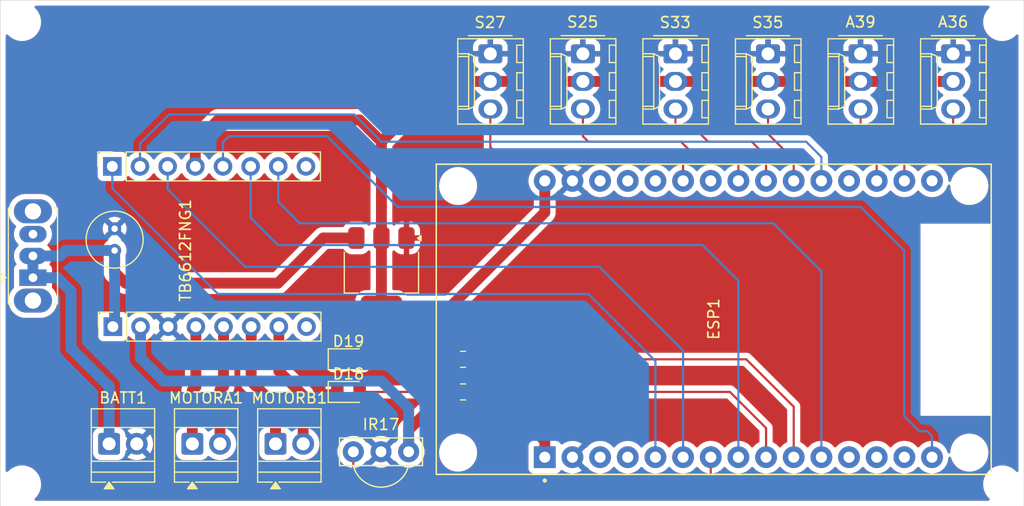
<source format=kicad_pcb>
(kicad_pcb (version 20241229) (generator "pcbnew") (generator_version "9.0")
  (layers (0 "F.Cu" signal) (2 "B.Cu" signal) (13 "F.Paste" user) (15 "B.Paste" user) (5 "F.SilkS" user "F.Silkscreen") (7 "B.SilkS" user "B.Silkscreen") (1 "F.Mask" user) (3 "B.Mask" user) (25 "Edge.Cuts" user))
  (net 0 "")
  (net 1 "/BATT_VCC")
  (net 2 "/A_VCC")
  (net 3 "/B_VCC")
  (net 4 "/VCC")
  (net 5 "/S1")
  (net 6 "/S2")
  (net 7 "/A_GND")
  (net 8 "/S3")
  (net 9 "/S4")
  (net 10 "/B_GND")
  (net 11 "/A1")
  (net 12 "/AIN2")
  (net 13 "/PWMA")
  (net 14 "/A2")
  (net 15 "/AIN1")
  (net 16 "/BIN1")
  (net 17 "/LED1")
  (net 18 "/IR_SIGNAL")
  (net 19 "/V_REG")
  (net 20 "/PWMB")
  (net 21 "/BIN2")
  (net 22 "/LED2")
  (net 23 "Net-(D19-A)")
  (net 24 "Net-(D18-A)")
  (net 25 "GND")
  (footprint "TerminalBlock:TerminalBlock_Xinya_XY308-2.54-2P_1x02_P2.54mm_Horizontal" (layer "F.Cu") (at 172.275 132.77)
    (property "Reference" "MOTORB1" (at 1.27 -4.22 0) (layer "F.SilkS"))
    (property "Value" "Borne" (hide yes))
    (fp_line (start -1.64 -3.22) (end -1.64 3.52) (stroke (width 0.12)) (layer "F.SilkS"))
    (fp_line (start -1.64 -3.22) (end 4.18 -3.22) (stroke (width 0.12)) (layer "F.SilkS"))
    (fp_line (start -1.64 -1.5) (end 4.18 -1.5) (stroke (width 0.12)) (layer "F.SilkS"))
    (fp_line (start -1.64 1.6) (end 4.18 1.6) (stroke (width 0.12)) (layer "F.SilkS"))
    (fp_line (start -1.64 2.6) (end 4.18 2.6) (stroke (width 0.12)) (layer "F.SilkS"))
    (fp_line (start -1.64 3.52) (end -0.3 3.52) (stroke (width 0.12)) (layer "F.SilkS"))
    (fp_line (start 0.3 3.52) (end 4.18 3.52) (stroke (width 0.12)) (layer "F.SilkS"))
    (fp_line (start 4.18 -3.22) (end 4.18 3.52) (stroke (width 0.12)) (layer "F.SilkS"))
    (fp_poly (pts (xy 0 3.52) (xy 0.44 4.13) (xy -0.44 4.13)) (stroke (width 0.12)) (fill yes) (layer "F.SilkS"))
    (pad "1" thru_hole roundrect (at 0 0) (size 2 2) (drill 1.2) (layers "*.Cu" "*.Mask") (roundrect_rratio 0.125) (net 3 "/B_VCC"))
    (pad "2" thru_hole circle (at 2.54 0) (size 2 2) (drill 1.2) (layers "*.Cu" "*.Mask") (net 10 "/B_GND"))
  )
  (footprint "Button_Switch_THT:SW_Slide_SPDT_Straight_CK_OS102011MS2Q" (layer "F.Cu") (at 150 117.5 90)
    (property "Reference" "SW1" (hide yes))
    (property "Value" "SW_CK_OS102011MS2Q" (hide yes))
    (fp_line (start 0.5 -2.96) (end -0.5 -2.96) (stroke (width 0.12)) (layer "F.SilkS"))
    (fp_line (start -0.5 -2.96) (end 0 -2.46) (stroke (width 0.12)) (layer "F.SilkS"))
    (fp_line (start 0 -2.46) (end 0.5 -2.96) (stroke (width 0.12)) (layer "F.SilkS"))
    (fp_line (start 6.41 -2.26) (end 6.41 -1.95) (stroke (width 0.12)) (layer "F.SilkS"))
    (fp_line (start -2.41 -2.26) (end 6.41 -2.26) (stroke (width 0.12)) (layer "F.SilkS"))
    (fp_line (start -2.41 -1.95) (end -2.41 -2.26) (stroke (width 0.12)) (layer "F.SilkS"))
    (fp_line (start 6.41 2.26) (end 6.41 1.95) (stroke (width 0.12)) (layer "F.SilkS"))
    (fp_line (start 6.41 2.26) (end -2.41 2.26) (stroke (width 0.12)) (layer "F.SilkS"))
    (fp_line (start -2.41 2.26) (end -2.41 1.95) (stroke (width 0.12)) (layer "F.SilkS"))
    (pad "" thru_hole oval (at -2.1 0 90) (size 2.2 3.5) (drill 1.5) (layers "*.Cu" "*.Mask"))
    (pad "" thru_hole oval (at 6.1 0 90) (size 2.2 3.5) (drill 1.5) (layers "*.Cu" "*.Mask"))
    (pad "1" thru_hole rect (at 0 0 90) (size 1.5 2.5) (drill 0.8) (layers "*.Cu" "*.Mask") (net 1 "/BATT_VCC"))
    (pad "2" thru_hole oval (at 2 0 90) (size 1.5 2.5) (drill 0.8) (layers "*.Cu" "*.Mask") (net 1 "/BATT_VCC"))
    (pad "3" thru_hole oval (at 4 0 90) (size 1.5 2.5) (drill 0.8) (layers "*.Cu" "*.Mask"))
  )
  (footprint "ESP32-DEVKIT-V1:MODULE_ESP32_DEVKIT_V1" (layer "F.Cu") (at 212.515 121.3 90)
    (property "Reference" "ESP1" (at 0 0 90) (layer "F.SilkS"))
    (property "Value" "ESP32-DEVKIT-V1" (hide yes))
    (fp_line (start 14.23 -25.475) (end 14.23 25.475) (stroke (width 0.127)) (layer "F.SilkS"))
    (fp_line (start 14.23 -25.475) (end 14.23 25.475) (stroke (width 0.127)) (layer "F.SilkS"))
    (fp_line (start 3.5 -25.475) (end 14.23 -25.475) (stroke (width 0.127)) (layer "F.SilkS"))
    (fp_line (start -3.211 -25.475) (end 3.5 -25.475) (stroke (width 0.127)) (layer "F.SilkS"))
    (fp_line (start -14.28 -25.475) (end 14.23 -25.475) (stroke (width 0.127)) (layer "F.SilkS"))
    (fp_line (start -14.28 -25.475) (end -3.211 -25.475) (stroke (width 0.127)) (layer "F.SilkS"))
    (fp_line (start 14.23 25.475) (end -14.28 25.475) (stroke (width 0.127)) (layer "F.SilkS"))
    (fp_line (start 8.78 25.475) (end 14.23 25.475) (stroke (width 0.127)) (layer "F.SilkS"))
    (fp_line (start -8.91 25.475) (end 8.78 25.475) (stroke (width 0.127)) (layer "F.SilkS"))
    (fp_line (start -14.28 25.475) (end -14.28 -25.475) (stroke (width 0.127)) (layer "F.SilkS"))
    (fp_line (start -14.28 25.475) (end -14.28 -25.475) (stroke (width 0.127)) (layer "F.SilkS"))
    (fp_line (start -14.28 25.475) (end -8.91 25.475) (stroke (width 0.127)) (layer "F.SilkS"))
    (fp_circle (center -14.85 -15.515) (end -14.75 -15.515) (stroke (width 0.2)) (fill no) (layer "F.SilkS"))
    (pad "" np_thru_hole circle (at -12.28 -23.475 90) (size 3 3) (drill 3) (layers "*.Cu" "*.Mask"))
    (pad "" np_thru_hole circle (at -12.28 23.475 90) (size 3 3) (drill 3) (layers "*.Cu" "*.Mask"))
    (pad "" np_thru_hole circle (at 12.23 -23.475 90) (size 3 3) (drill 3) (layers "*.Cu" "*.Mask"))
    (pad "" np_thru_hole circle (at 12.23 23.475 90) (size 3 3) (drill 3) (layers "*.Cu" "*.Mask"))
    (pad "1" thru_hole rect (at -12.7 -15.515 90) (size 2 2) (drill 1.02) (layers "*.Cu" "*.Mask") (net 4 "/VCC"))
    (pad "2" thru_hole circle (at -12.7 -12.975 90) (size 2 2) (drill 1.02) (layers "*.Cu" "*.Mask") (net 25 "GND"))
    (pad "3" thru_hole circle (at -12.7 -10.435 90) (size 2 2) (drill 1.02) (layers "*.Cu" "*.Mask"))
    (pad "4" thru_hole circle (at -12.7 -7.895 90) (size 2 2) (drill 1.02) (layers "*.Cu" "*.Mask"))
    (pad "5" thru_hole circle (at -12.7 -5.355 90) (size 2 2) (drill 1.02) (layers "*.Cu" "*.Mask") (net 13 "/PWMA"))
    (pad "6" thru_hole circle (at -12.7 -2.815 90) (size 2 2) (drill 1.02) (layers "*.Cu" "*.Mask") (net 15 "/AIN1"))
    (pad "7" thru_hole circle (at -12.7 -0.275 90) (size 2 2) (drill 1.02) (layers "*.Cu" "*.Mask") (net 18 "/IR_SIGNAL"))
    (pad "8" thru_hole circle (at -12.7 2.265 90) (size 2 2) (drill 1.02) (layers "*.Cu" "*.Mask") (net 21 "/BIN2"))
    (pad "9" thru_hole circle (at -12.7 4.805 90) (size 2 2) (drill 1.02) (layers "*.Cu" "*.Mask") (net 22 "/LED2"))
    (pad "10" thru_hole circle (at -12.7 7.345 90) (size 2 2) (drill 1.02) (layers "*.Cu" "*.Mask") (net 17 "/LED1"))
    (pad "11" thru_hole circle (at -12.7 9.885 90) (size 2 2) (drill 1.02) (layers "*.Cu" "*.Mask") (net 20 "/PWMB"))
    (pad "12" thru_hole circle (at -12.7 12.425 90) (size 2 2) (drill 1.02) (layers "*.Cu" "*.Mask"))
    (pad "13" thru_hole circle (at -12.7 14.965 90) (size 2 2) (drill 1.02) (layers "*.Cu" "*.Mask"))
    (pad "14" thru_hole circle (at -12.7 17.505 90) (size 2 2) (drill 1.02) (layers "*.Cu" "*.Mask"))
    (pad "15" thru_hole circle (at -12.7 20.045 90) (size 2 2) (drill 1.02) (layers "*.Cu" "*.Mask") (net 16 "/BIN1"))
    (pad "16" thru_hole circle (at 12.7 20.045 90) (size 2 2) (drill 1.02) (layers "*.Cu" "*.Mask"))
    (pad "17" thru_hole circle (at 12.7 17.505 90) (size 2 2) (drill 1.02) (layers "*.Cu" "*.Mask") (net 11 "/A1"))
    (pad "18" thru_hole circle (at 12.7 14.965 90) (size 2 2) (drill 1.02) (layers "*.Cu" "*.Mask") (net 14 "/A2"))
    (pad "19" thru_hole circle (at 12.7 12.425 90) (size 2 2) (drill 1.02) (layers "*.Cu" "*.Mask"))
    (pad "20" thru_hole circle (at 12.7 9.885 90) (size 2 2) (drill 1.02) (layers "*.Cu" "*.Mask") (net 12 "/AIN2"))
    (pad "21" thru_hole circle (at 12.7 7.345 90) (size 2 2) (drill 1.02) (layers "*.Cu" "*.Mask") (net 5 "/S1"))
    (pad "22" thru_hole circle (at 12.7 4.805 90) (size 2 2) (drill 1.02) (layers "*.Cu" "*.Mask") (net 6 "/S2"))
    (pad "23" thru_hole circle (at 12.7 2.265 90) (size 2 2) (drill 1.02) (layers "*.Cu" "*.Mask") (net 8 "/S3"))
    (pad "24" thru_hole circle (at 12.7 -0.275 90) (size 2 2) (drill 1.02) (layers "*.Cu" "*.Mask"))
    (pad "25" thru_hole circle (at 12.7 -2.815 90) (size 2 2) (drill 1.02) (layers "*.Cu" "*.Mask") (net 9 "/S4"))
    (pad "26" thru_hole circle (at 12.7 -5.355 90) (size 2 2) (drill 1.02) (layers "*.Cu" "*.Mask"))
    (pad "27" thru_hole circle (at 12.7 -7.895 90) (size 2 2) (drill 1.02) (layers "*.Cu" "*.Mask"))
    (pad "28" thru_hole circle (at 12.7 -10.435 90) (size 2 2) (drill 1.02) (layers "*.Cu" "*.Mask"))
    (pad "29" thru_hole circle (at 12.7 -12.975 90) (size 2 2) (drill 1.02) (layers "*.Cu" "*.Mask") (net 25 "GND"))
    (pad "30" thru_hole circle (at 12.7 -15.515 90) (size 2 2) (drill 1.02) (layers "*.Cu" "*.Mask") (net 19 "/V_REG"))
    (zone (net 0) (net_name "") (layer "F.Cu") (connect_pads (clearance 0)) (min_thickness 0.01)
      (keepout (tracks not_allowed) (vias not_allowed) (pads not_allowed) (copperpour not_allowed) (footprints allowed))
      (fill (thermal_gap 0.508) (thermal_bridge_width 0.508))
      (polygon (pts (xy 231.5 130.21) (xy 231.5 112.52) (xy 237.99 112.52) (xy 237.99 130.21)))
    )
    (zone (net 0) (net_name "") (layer "B.Cu") (connect_pads (clearance 0)) (min_thickness 0.01)
      (keepout (tracks not_allowed) (vias not_allowed) (pads not_allowed) (copperpour not_allowed) (footprints allowed))
      (fill (thermal_gap 0.508) (thermal_bridge_width 0.508))
      (polygon (pts (xy 231.5 130.21) (xy 231.5 112.52) (xy 237.99 112.52) (xy 237.99 130.21)))
    )
  )
  (footprint "TerminalBlock:TerminalBlock_Xinya_XY308-2.54-2P_1x02_P2.54mm_Horizontal" (layer "F.Cu") (at 164.635 132.77)
    (property "Reference" "MOTORA1" (at 1.27 -4.22 0) (layer "F.SilkS"))
    (property "Value" "Borne" (hide yes))
    (fp_line (start -1.64 -3.22) (end -1.64 3.52) (stroke (width 0.12)) (layer "F.SilkS"))
    (fp_line (start -1.64 -3.22) (end 4.18 -3.22) (stroke (width 0.12)) (layer "F.SilkS"))
    (fp_line (start -1.64 -1.5) (end 4.18 -1.5) (stroke (width 0.12)) (layer "F.SilkS"))
    (fp_line (start -1.64 1.6) (end 4.18 1.6) (stroke (width 0.12)) (layer "F.SilkS"))
    (fp_line (start -1.64 2.6) (end 4.18 2.6) (stroke (width 0.12)) (layer "F.SilkS"))
    (fp_line (start -1.64 3.52) (end -0.3 3.52) (stroke (width 0.12)) (layer "F.SilkS"))
    (fp_line (start 0.3 3.52) (end 4.18 3.52) (stroke (width 0.12)) (layer "F.SilkS"))
    (fp_line (start 4.18 -3.22) (end 4.18 3.52) (stroke (width 0.12)) (layer "F.SilkS"))
    (fp_poly (pts (xy 0 3.52) (xy 0.44 4.13) (xy -0.44 4.13)) (stroke (width 0.12)) (fill yes) (layer "F.SilkS"))
    (pad "1" thru_hole roundrect (at 0 0) (size 2 2) (drill 1.2) (layers "*.Cu" "*.Mask") (roundrect_rratio 0.125) (net 2 "/A_VCC"))
    (pad "2" thru_hole circle (at 2.54 0) (size 2 2) (drill 1.2) (layers "*.Cu" "*.Mask") (net 7 "/A_GND"))
  )
  (footprint "" (layer "F.Cu") (at 239 94)
    (property "Reference" "" (at 0 0 0) (layer "F.SilkS") (effects (font (size 1.27 1.27))))
    (property "Value" "")
    (pad "" np_thru_hole circle (at 0 0 90) (size 3 3) (drill 3) (layers "*.Cu" "*.Mask"))
  )
  (footprint "Capacitor_THT:C_Radial_D5.0mm_H5.0mm_P2.00mm" (layer "F.Cu") (at 157.5 115 90)
    (property "Reference" "C1" (hide yes))
    (property "Value" "C_US" (hide yes))
    (fp_circle (center 1 0) (end 3.62 0) (stroke (width 0.12)) (fill no) (layer "F.SilkS"))
    (pad "1" thru_hole circle (at 0 0 90) (size 1.2 1.2) (drill 0.6) (layers "*.Cu" "*.Mask") (net 1 "/BATT_VCC"))
    (pad "2" thru_hole circle (at 2 0 90) (size 1.2 1.2) (drill 0.6) (layers "*.Cu" "*.Mask") (net 25 "GND"))
  )
  (footprint "" (layer "F.Cu") (at 149 94)
    (property "Reference" "" (at 0 0 0) (layer "F.SilkS") (effects (font (size 1.27 1.27))))
    (property "Value" "")
    (pad "" np_thru_hole circle (at 0 0 90) (size 3 3) (drill 3) (layers "*.Cu" "*.Mask"))
  )
  (footprint "LED_SMD:LED_0805_2012Metric_Pad1.15x1.40mm_HandSolder" (layer "F.Cu") (at 178.975 125)
    (property "Reference" "D19" (at 0 -1.65 0) (layer "F.SilkS"))
    (property "Value" "LED")
    (fp_line (start -1.86 -0.96) (end -1.86 0.96) (stroke (width 0.12)) (layer "F.SilkS"))
    (fp_line (start -1.86 0.96) (end 1 0.96) (stroke (width 0.12)) (layer "F.SilkS"))
    (fp_line (start 1 -0.96) (end -1.86 -0.96) (stroke (width 0.12)) (layer "F.SilkS"))
    (pad "1" smd roundrect (at -1.025 0) (size 1.15 1.4) (layers "F.Cu" "F.Mask" "F.Paste") (roundrect_rratio 0.217391) (net 25 "GND"))
    (pad "2" smd roundrect (at 1.025 0) (size 1.15 1.4) (layers "F.Cu" "F.Mask" "F.Paste") (roundrect_rratio 0.217391) (net 23 "Net-(D19-A)"))
  )
  (footprint "Connector_Molex:Molex_KK-254_AE-6410-03A_1x03_P2.54mm_Vertical" (layer "F.Cu") (at 192 96.92 -90)
    (property "Reference" "S27" (at -2.88 0.02 180) (layer "F.SilkS"))
    (property "Value" "Conn_01x03_Pin" (hide yes))
    (fp_line (start -1.38 2.99) (end 6.46 2.99) (stroke (width 0.12)) (layer "F.SilkS"))
    (fp_line (start 0 2.99) (end 0 1.99) (stroke (width 0.12)) (layer "F.SilkS"))
    (fp_line (start 0.25 2.99) (end 0.25 1.99) (stroke (width 0.12)) (layer "F.SilkS"))
    (fp_line (start 4.83 2.99) (end 4.83 1.99) (stroke (width 0.12)) (layer "F.SilkS"))
    (fp_line (start 6.46 2.99) (end 6.46 -3.03) (stroke (width 0.12)) (layer "F.SilkS"))
    (fp_line (start 0 1.99) (end 5.08 1.99) (stroke (width 0.12)) (layer "F.SilkS"))
    (fp_line (start 0 1.99) (end 0.25 1.46) (stroke (width 0.12)) (layer "F.SilkS"))
    (fp_line (start 5.08 1.99) (end 5.08 2.99) (stroke (width 0.12)) (layer "F.SilkS"))
    (fp_line (start 0.25 1.46) (end 4.83 1.46) (stroke (width 0.12)) (layer "F.SilkS"))
    (fp_line (start 4.83 1.46) (end 5.08 1.99) (stroke (width 0.12)) (layer "F.SilkS"))
    (fp_line (start -1.67 -2) (end -1.67 2) (stroke (width 0.12)) (layer "F.SilkS"))
    (fp_line (start -0.8 -2.43) (end 0.8 -2.43) (stroke (width 0.12)) (layer "F.SilkS"))
    (fp_line (start 0.8 -2.43) (end 0.8 -3.03) (stroke (width 0.12)) (layer "F.SilkS"))
    (fp_line (start 1.74 -2.43) (end 3.34 -2.43) (stroke (width 0.12)) (layer "F.SilkS"))
    (fp_line (start 3.34 -2.43) (end 3.34 -3.03) (stroke (width 0.12)) (layer "F.SilkS"))
    (fp_line (start 4.28 -2.43) (end 5.88 -2.43) (stroke (width 0.12)) (layer "F.SilkS"))
    (fp_line (start 5.88 -2.43) (end 5.88 -3.03) (stroke (width 0.12)) (layer "F.SilkS"))
    (fp_line (start -1.38 -3.03) (end -1.38 2.99) (stroke (width 0.12)) (layer "F.SilkS"))
    (fp_line (start -0.8 -3.03) (end -0.8 -2.43) (stroke (width 0.12)) (layer "F.SilkS"))
    (fp_line (start 1.74 -3.03) (end 1.74 -2.43) (stroke (width 0.12)) (layer "F.SilkS"))
    (fp_line (start 4.28 -3.03) (end 4.28 -2.43) (stroke (width 0.12)) (layer "F.SilkS"))
    (fp_line (start 6.46 -3.03) (end -1.38 -3.03) (stroke (width 0.12)) (layer "F.SilkS"))
    (pad "1" thru_hole roundrect (at 0 0 270) (size 1.74 2.19) (drill 1.19) (layers "*.Cu" "*.Mask") (roundrect_rratio 0.143678) (net 25 "GND"))
    (pad "2" thru_hole oval (at 2.54 0 270) (size 1.74 2.19) (drill 1.19) (layers "*.Cu" "*.Mask") (net 19 "/V_REG"))
    (pad "3" thru_hole oval (at 5.08 0 270) (size 1.74 2.19) (drill 1.19) (layers "*.Cu" "*.Mask") (net 9 "/S4"))
  )
  (footprint "Connector_Molex:Molex_KK-254_AE-6410-03A_1x03_P2.54mm_Vertical" (layer "F.Cu") (at 200.5 96.92 -90)
    (property "Reference" "S25" (at -2.92 0.02 180) (layer "F.SilkS"))
    (property "Value" "Conn_01x03_Pin" (hide yes))
    (fp_line (start -1.38 2.99) (end 6.46 2.99) (stroke (width 0.12)) (layer "F.SilkS"))
    (fp_line (start 0 2.99) (end 0 1.99) (stroke (width 0.12)) (layer "F.SilkS"))
    (fp_line (start 0.25 2.99) (end 0.25 1.99) (stroke (width 0.12)) (layer "F.SilkS"))
    (fp_line (start 4.83 2.99) (end 4.83 1.99) (stroke (width 0.12)) (layer "F.SilkS"))
    (fp_line (start 6.46 2.99) (end 6.46 -3.03) (stroke (width 0.12)) (layer "F.SilkS"))
    (fp_line (start 0 1.99) (end 5.08 1.99) (stroke (width 0.12)) (layer "F.SilkS"))
    (fp_line (start 0 1.99) (end 0.25 1.46) (stroke (width 0.12)) (layer "F.SilkS"))
    (fp_line (start 5.08 1.99) (end 5.08 2.99) (stroke (width 0.12)) (layer "F.SilkS"))
    (fp_line (start 0.25 1.46) (end 4.83 1.46) (stroke (width 0.12)) (layer "F.SilkS"))
    (fp_line (start 4.83 1.46) (end 5.08 1.99) (stroke (width 0.12)) (layer "F.SilkS"))
    (fp_line (start -1.67 -2) (end -1.67 2) (stroke (width 0.12)) (layer "F.SilkS"))
    (fp_line (start -0.8 -2.43) (end 0.8 -2.43) (stroke (width 0.12)) (layer "F.SilkS"))
    (fp_line (start 0.8 -2.43) (end 0.8 -3.03) (stroke (width 0.12)) (layer "F.SilkS"))
    (fp_line (start 1.74 -2.43) (end 3.34 -2.43) (stroke (width 0.12)) (layer "F.SilkS"))
    (fp_line (start 3.34 -2.43) (end 3.34 -3.03) (stroke (width 0.12)) (layer "F.SilkS"))
    (fp_line (start 4.28 -2.43) (end 5.88 -2.43) (stroke (width 0.12)) (layer "F.SilkS"))
    (fp_line (start 5.88 -2.43) (end 5.88 -3.03) (stroke (width 0.12)) (layer "F.SilkS"))
    (fp_line (start -1.38 -3.03) (end -1.38 2.99) (stroke (width 0.12)) (layer "F.SilkS"))
    (fp_line (start -0.8 -3.03) (end -0.8 -2.43) (stroke (width 0.12)) (layer "F.SilkS"))
    (fp_line (start 1.74 -3.03) (end 1.74 -2.43) (stroke (width 0.12)) (layer "F.SilkS"))
    (fp_line (start 4.28 -3.03) (end 4.28 -2.43) (stroke (width 0.12)) (layer "F.SilkS"))
    (fp_line (start 6.46 -3.03) (end -1.38 -3.03) (stroke (width 0.12)) (layer "F.SilkS"))
    (pad "1" thru_hole roundrect (at 0 0 270) (size 1.74 2.19) (drill 1.19) (layers "*.Cu" "*.Mask") (roundrect_rratio 0.143678) (net 25 "GND"))
    (pad "2" thru_hole oval (at 2.54 0 270) (size 1.74 2.19) (drill 1.19) (layers "*.Cu" "*.Mask") (net 19 "/V_REG"))
    (pad "3" thru_hole oval (at 5.08 0 270) (size 1.74 2.19) (drill 1.19) (layers "*.Cu" "*.Mask") (net 8 "/S3"))
  )
  (footprint "TerminalBlock:TerminalBlock_Xinya_XY308-2.54-2P_1x02_P2.54mm_Horizontal" (layer "F.Cu") (at 156.995 132.77)
    (property "Reference" "BATT1" (at 1.27 -4.22 0) (layer "F.SilkS"))
    (property "Value" "Borne" (hide yes))
    (fp_line (start -1.64 -3.22) (end -1.64 3.52) (stroke (width 0.12)) (layer "F.SilkS"))
    (fp_line (start -1.64 -3.22) (end 4.18 -3.22) (stroke (width 0.12)) (layer "F.SilkS"))
    (fp_line (start -1.64 -1.5) (end 4.18 -1.5) (stroke (width 0.12)) (layer "F.SilkS"))
    (fp_line (start -1.64 1.6) (end 4.18 1.6) (stroke (width 0.12)) (layer "F.SilkS"))
    (fp_line (start -1.64 2.6) (end 4.18 2.6) (stroke (width 0.12)) (layer "F.SilkS"))
    (fp_line (start -1.64 3.52) (end -0.3 3.52) (stroke (width 0.12)) (layer "F.SilkS"))
    (fp_line (start 0.3 3.52) (end 4.18 3.52) (stroke (width 0.12)) (layer "F.SilkS"))
    (fp_line (start 4.18 -3.22) (end 4.18 3.52) (stroke (width 0.12)) (layer "F.SilkS"))
    (fp_poly (pts (xy 0 3.52) (xy 0.44 4.13) (xy -0.44 4.13)) (stroke (width 0.12)) (fill yes) (layer "F.SilkS"))
    (pad "1" thru_hole roundrect (at 0 0) (size 2 2) (drill 1.2) (layers "*.Cu" "*.Mask") (roundrect_rratio 0.125) (net 1 "/BATT_VCC"))
    (pad "2" thru_hole circle (at 2.54 0) (size 2 2) (drill 1.2) (layers "*.Cu" "*.Mask") (net 25 "GND"))
  )
  (footprint "Resistor_SMD:R_0805_2012Metric_Pad1.20x1.40mm_HandSolder" (layer "F.Cu") (at 189.5 125)
    (property "Reference" "R1" (hide yes))
    (property "Value" "220R" (hide yes))
    (fp_line (start -0.227064 -0.735) (end 0.227064 -0.735) (stroke (width 0.12)) (layer "F.SilkS"))
    (fp_line (start -0.227064 0.735) (end 0.227064 0.735) (stroke (width 0.12)) (layer "F.SilkS"))
    (pad "1" smd roundrect (at -1 0) (size 1.2 1.4) (layers "F.Cu" "F.Mask" "F.Paste") (roundrect_rratio 0.208333) (net 23 "Net-(D19-A)"))
    (pad "2" smd roundrect (at 1 0) (size 1.2 1.4) (layers "F.Cu" "F.Mask" "F.Paste") (roundrect_rratio 0.208333) (net 17 "/LED1"))
  )
  (footprint "Connector_Molex:Molex_KK-254_AE-6410-03A_1x03_P2.54mm_Vertical" (layer "F.Cu") (at 217.5 96.92 -90)
    (property "Reference" "S35" (at -2.88 0.02 180) (layer "F.SilkS"))
    (property "Value" "Conn_01x03_Pin" (hide yes))
    (fp_line (start -1.38 2.99) (end 6.46 2.99) (stroke (width 0.12)) (layer "F.SilkS"))
    (fp_line (start 0 2.99) (end 0 1.99) (stroke (width 0.12)) (layer "F.SilkS"))
    (fp_line (start 0.25 2.99) (end 0.25 1.99) (stroke (width 0.12)) (layer "F.SilkS"))
    (fp_line (start 4.83 2.99) (end 4.83 1.99) (stroke (width 0.12)) (layer "F.SilkS"))
    (fp_line (start 6.46 2.99) (end 6.46 -3.03) (stroke (width 0.12)) (layer "F.SilkS"))
    (fp_line (start 0 1.99) (end 5.08 1.99) (stroke (width 0.12)) (layer "F.SilkS"))
    (fp_line (start 0 1.99) (end 0.25 1.46) (stroke (width 0.12)) (layer "F.SilkS"))
    (fp_line (start 5.08 1.99) (end 5.08 2.99) (stroke (width 0.12)) (layer "F.SilkS"))
    (fp_line (start 0.25 1.46) (end 4.83 1.46) (stroke (width 0.12)) (layer "F.SilkS"))
    (fp_line (start 4.83 1.46) (end 5.08 1.99) (stroke (width 0.12)) (layer "F.SilkS"))
    (fp_line (start -1.67 -2) (end -1.67 2) (stroke (width 0.12)) (layer "F.SilkS"))
    (fp_line (start -0.8 -2.43) (end 0.8 -2.43) (stroke (width 0.12)) (layer "F.SilkS"))
    (fp_line (start 0.8 -2.43) (end 0.8 -3.03) (stroke (width 0.12)) (layer "F.SilkS"))
    (fp_line (start 1.74 -2.43) (end 3.34 -2.43) (stroke (width 0.12)) (layer "F.SilkS"))
    (fp_line (start 3.34 -2.43) (end 3.34 -3.03) (stroke (width 0.12)) (layer "F.SilkS"))
    (fp_line (start 4.28 -2.43) (end 5.88 -2.43) (stroke (width 0.12)) (layer "F.SilkS"))
    (fp_line (start 5.88 -2.43) (end 5.88 -3.03) (stroke (width 0.12)) (layer "F.SilkS"))
    (fp_line (start -1.38 -3.03) (end -1.38 2.99) (stroke (width 0.12)) (layer "F.SilkS"))
    (fp_line (start -0.8 -3.03) (end -0.8 -2.43) (stroke (width 0.12)) (layer "F.SilkS"))
    (fp_line (start 1.74 -3.03) (end 1.74 -2.43) (stroke (width 0.12)) (layer "F.SilkS"))
    (fp_line (start 4.28 -3.03) (end 4.28 -2.43) (stroke (width 0.12)) (layer "F.SilkS"))
    (fp_line (start 6.46 -3.03) (end -1.38 -3.03) (stroke (width 0.12)) (layer "F.SilkS"))
    (pad "1" thru_hole roundrect (at 0 0 270) (size 1.74 2.19) (drill 1.19) (layers "*.Cu" "*.Mask") (roundrect_rratio 0.143678) (net 25 "GND"))
    (pad "2" thru_hole oval (at 2.54 0 270) (size 1.74 2.19) (drill 1.19) (layers "*.Cu" "*.Mask") (net 19 "/V_REG"))
    (pad "3" thru_hole oval (at 5.08 0 270) (size 1.74 2.19) (drill 1.19) (layers "*.Cu" "*.Mask") (net 5 "/S1"))
  )
  (footprint "" (layer "F.Cu") (at 149 136.5)
    (property "Reference" "" (at 0 0 0) (layer "F.SilkS") (effects (font (size 1.27 1.27))))
    (property "Value" "")
    (pad "" np_thru_hole circle (at 0 0 90) (size 3 3) (drill 3) (layers "*.Cu" "*.Mask"))
  )
  (footprint "" (layer "F.Cu") (at 239 136.5)
    (property "Reference" "" (at 0 0 0) (layer "F.SilkS") (effects (font (size 1.27 1.27))))
    (property "Value" "")
    (pad "" np_thru_hole circle (at 0 0 90) (size 3 3) (drill 3) (layers "*.Cu" "*.Mask"))
  )
  (footprint "Connector_Molex:Molex_KK-254_AE-6410-03A_1x03_P2.54mm_Vertical" (layer "F.Cu") (at 234.5 96.92 -90)
    (property "Reference" "A36" (at -2.92 0 180) (layer "F.SilkS"))
    (property "Value" "Conn_01x03_Pin" (hide yes))
    (fp_line (start -1.38 2.99) (end 6.46 2.99) (stroke (width 0.12)) (layer "F.SilkS"))
    (fp_line (start 0 2.99) (end 0 1.99) (stroke (width 0.12)) (layer "F.SilkS"))
    (fp_line (start 0.25 2.99) (end 0.25 1.99) (stroke (width 0.12)) (layer "F.SilkS"))
    (fp_line (start 4.83 2.99) (end 4.83 1.99) (stroke (width 0.12)) (layer "F.SilkS"))
    (fp_line (start 6.46 2.99) (end 6.46 -3.03) (stroke (width 0.12)) (layer "F.SilkS"))
    (fp_line (start 0 1.99) (end 5.08 1.99) (stroke (width 0.12)) (layer "F.SilkS"))
    (fp_line (start 0 1.99) (end 0.25 1.46) (stroke (width 0.12)) (layer "F.SilkS"))
    (fp_line (start 5.08 1.99) (end 5.08 2.99) (stroke (width 0.12)) (layer "F.SilkS"))
    (fp_line (start 0.25 1.46) (end 4.83 1.46) (stroke (width 0.12)) (layer "F.SilkS"))
    (fp_line (start 4.83 1.46) (end 5.08 1.99) (stroke (width 0.12)) (layer "F.SilkS"))
    (fp_line (start -1.67 -2) (end -1.67 2) (stroke (width 0.12)) (layer "F.SilkS"))
    (fp_line (start -0.8 -2.43) (end 0.8 -2.43) (stroke (width 0.12)) (layer "F.SilkS"))
    (fp_line (start 0.8 -2.43) (end 0.8 -3.03) (stroke (width 0.12)) (layer "F.SilkS"))
    (fp_line (start 1.74 -2.43) (end 3.34 -2.43) (stroke (width 0.12)) (layer "F.SilkS"))
    (fp_line (start 3.34 -2.43) (end 3.34 -3.03) (stroke (width 0.12)) (layer "F.SilkS"))
    (fp_line (start 4.28 -2.43) (end 5.88 -2.43) (stroke (width 0.12)) (layer "F.SilkS"))
    (fp_line (start 5.88 -2.43) (end 5.88 -3.03) (stroke (width 0.12)) (layer "F.SilkS"))
    (fp_line (start -1.38 -3.03) (end -1.38 2.99) (stroke (width 0.12)) (layer "F.SilkS"))
    (fp_line (start -0.8 -3.03) (end -0.8 -2.43) (stroke (width 0.12)) (layer "F.SilkS"))
    (fp_line (start 1.74 -3.03) (end 1.74 -2.43) (stroke (width 0.12)) (layer "F.SilkS"))
    (fp_line (start 4.28 -3.03) (end 4.28 -2.43) (stroke (width 0.12)) (layer "F.SilkS"))
    (fp_line (start 6.46 -3.03) (end -1.38 -3.03) (stroke (width 0.12)) (layer "F.SilkS"))
    (pad "1" thru_hole roundrect (at 0 0 270) (size 1.74 2.19) (drill 1.19) (layers "*.Cu" "*.Mask") (roundrect_rratio 0.143678) (net 25 "GND"))
    (pad "2" thru_hole oval (at 2.54 0 270) (size 1.74 2.19) (drill 1.19) (layers "*.Cu" "*.Mask") (net 19 "/V_REG"))
    (pad "3" thru_hole oval (at 5.08 0 270) (size 1.74 2.19) (drill 1.19) (layers "*.Cu" "*.Mask") (net 11 "/A1"))
  )
  (footprint "Connector_Molex:Molex_KK-254_AE-6410-03A_1x03_P2.54mm_Vertical" (layer "F.Cu") (at 209 96.92 -90)
    (property "Reference" "S33" (at -2.88 0.02 180) (layer "F.SilkS"))
    (property "Value" "Conn_01x03_Pin" (hide yes))
    (fp_line (start -1.38 2.99) (end 6.46 2.99) (stroke (width 0.12)) (layer "F.SilkS"))
    (fp_line (start 0 2.99) (end 0 1.99) (stroke (width 0.12)) (layer "F.SilkS"))
    (fp_line (start 0.25 2.99) (end 0.25 1.99) (stroke (width 0.12)) (layer "F.SilkS"))
    (fp_line (start 4.83 2.99) (end 4.83 1.99) (stroke (width 0.12)) (layer "F.SilkS"))
    (fp_line (start 6.46 2.99) (end 6.46 -3.03) (stroke (width 0.12)) (layer "F.SilkS"))
    (fp_line (start 0 1.99) (end 5.08 1.99) (stroke (width 0.12)) (layer "F.SilkS"))
    (fp_line (start 0 1.99) (end 0.25 1.46) (stroke (width 0.12)) (layer "F.SilkS"))
    (fp_line (start 5.08 1.99) (end 5.08 2.99) (stroke (width 0.12)) (layer "F.SilkS"))
    (fp_line (start 0.25 1.46) (end 4.83 1.46) (stroke (width 0.12)) (layer "F.SilkS"))
    (fp_line (start 4.83 1.46) (end 5.08 1.99) (stroke (width 0.12)) (layer "F.SilkS"))
    (fp_line (start -1.67 -2) (end -1.67 2) (stroke (width 0.12)) (layer "F.SilkS"))
    (fp_line (start -0.8 -2.43) (end 0.8 -2.43) (stroke (width 0.12)) (layer "F.SilkS"))
    (fp_line (start 0.8 -2.43) (end 0.8 -3.03) (stroke (width 0.12)) (layer "F.SilkS"))
    (fp_line (start 1.74 -2.43) (end 3.34 -2.43) (stroke (width 0.12)) (layer "F.SilkS"))
    (fp_line (start 3.34 -2.43) (end 3.34 -3.03) (stroke (width 0.12)) (layer "F.SilkS"))
    (fp_line (start 4.28 -2.43) (end 5.88 -2.43) (stroke (width 0.12)) (layer "F.SilkS"))
    (fp_line (start 5.88 -2.43) (end 5.88 -3.03) (stroke (width 0.12)) (layer "F.SilkS"))
    (fp_line (start -1.38 -3.03) (end -1.38 2.99) (stroke (width 0.12)) (layer "F.SilkS"))
    (fp_line (start -0.8 -3.03) (end -0.8 -2.43) (stroke (width 0.12)) (layer "F.SilkS"))
    (fp_line (start 1.74 -3.03) (end 1.74 -2.43) (stroke (width 0.12)) (layer "F.SilkS"))
    (fp_line (start 4.28 -3.03) (end 4.28 -2.43) (stroke (width 0.12)) (layer "F.SilkS"))
    (fp_line (start 6.46 -3.03) (end -1.38 -3.03) (stroke (width 0.12)) (layer "F.SilkS"))
    (pad "1" thru_hole roundrect (at 0 0 270) (size 1.74 2.19) (drill 1.19) (layers "*.Cu" "*.Mask") (roundrect_rratio 0.143678) (net 25 "GND"))
    (pad "2" thru_hole oval (at 2.54 0 270) (size 1.74 2.19) (drill 1.19) (layers "*.Cu" "*.Mask") (net 19 "/V_REG"))
    (pad "3" thru_hole oval (at 5.08 0 270) (size 1.74 2.19) (drill 1.19) (layers "*.Cu" "*.Mask") (net 6 "/S2"))
  )
  (footprint "LED_SMD:LED_0805_2012Metric_Pad1.15x1.40mm_HandSolder" (layer "F.Cu") (at 178.975 128)
    (property "Reference" "D18" (at 0 -1.65 0) (layer "F.SilkS"))
    (property "Value" "LED")
    (fp_line (start -1.86 -0.96) (end -1.86 0.96) (stroke (width 0.12)) (layer "F.SilkS"))
    (fp_line (start -1.86 0.96) (end 1 0.96) (stroke (width 0.12)) (layer "F.SilkS"))
    (fp_line (start 1 -0.96) (end -1.86 -0.96) (stroke (width 0.12)) (layer "F.SilkS"))
    (pad "1" smd roundrect (at -1.025 0) (size 1.15 1.4) (layers "F.Cu" "F.Mask" "F.Paste") (roundrect_rratio 0.217391) (net 25 "GND"))
    (pad "2" smd roundrect (at 1.025 0) (size 1.15 1.4) (layers "F.Cu" "F.Mask" "F.Paste") (roundrect_rratio 0.217391) (net 24 "Net-(D18-A)"))
  )
  (footprint "Connector_Molex:Molex_KK-254_AE-6410-03A_1x03_P2.54mm_Vertical" (layer "F.Cu") (at 226 96.92 -90)
    (property "Reference" "A39" (at -2.92 0 180) (layer "F.SilkS"))
    (property "Value" "Conn_01x03_Pin" (hide yes))
    (fp_line (start -1.38 2.99) (end 6.46 2.99) (stroke (width 0.12)) (layer "F.SilkS"))
    (fp_line (start 0 2.99) (end 0 1.99) (stroke (width 0.12)) (layer "F.SilkS"))
    (fp_line (start 0.25 2.99) (end 0.25 1.99) (stroke (width 0.12)) (layer "F.SilkS"))
    (fp_line (start 4.83 2.99) (end 4.83 1.99) (stroke (width 0.12)) (layer "F.SilkS"))
    (fp_line (start 6.46 2.99) (end 6.46 -3.03) (stroke (width 0.12)) (layer "F.SilkS"))
    (fp_line (start 0 1.99) (end 5.08 1.99) (stroke (width 0.12)) (layer "F.SilkS"))
    (fp_line (start 0 1.99) (end 0.25 1.46) (stroke (width 0.12)) (layer "F.SilkS"))
    (fp_line (start 5.08 1.99) (end 5.08 2.99) (stroke (width 0.12)) (layer "F.SilkS"))
    (fp_line (start 0.25 1.46) (end 4.83 1.46) (stroke (width 0.12)) (layer "F.SilkS"))
    (fp_line (start 4.83 1.46) (end 5.08 1.99) (stroke (width 0.12)) (layer "F.SilkS"))
    (fp_line (start -1.67 -2) (end -1.67 2) (stroke (width 0.12)) (layer "F.SilkS"))
    (fp_line (start -0.8 -2.43) (end 0.8 -2.43) (stroke (width 0.12)) (layer "F.SilkS"))
    (fp_line (start 0.8 -2.43) (end 0.8 -3.03) (stroke (width 0.12)) (layer "F.SilkS"))
    (fp_line (start 1.74 -2.43) (end 3.34 -2.43) (stroke (width 0.12)) (layer "F.SilkS"))
    (fp_line (start 3.34 -2.43) (end 3.34 -3.03) (stroke (width 0.12)) (layer "F.SilkS"))
    (fp_line (start 4.28 -2.43) (end 5.88 -2.43) (stroke (width 0.12)) (layer "F.SilkS"))
    (fp_line (start 5.88 -2.43) (end 5.88 -3.03) (stroke (width 0.12)) (layer "F.SilkS"))
    (fp_line (start -1.38 -3.03) (end -1.38 2.99) (stroke (width 0.12)) (layer "F.SilkS"))
    (fp_line (start -0.8 -3.03) (end -0.8 -2.43) (stroke (width 0.12)) (layer "F.SilkS"))
    (fp_line (start 1.74 -3.03) (end 1.74 -2.43) (stroke (width 0.12)) (layer "F.SilkS"))
    (fp_line (start 4.28 -3.03) (end 4.28 -2.43) (stroke (width 0.12)) (layer "F.SilkS"))
    (fp_line (start 6.46 -3.03) (end -1.38 -3.03) (stroke (width 0.12)) (layer "F.SilkS"))
    (pad "1" thru_hole roundrect (at 0 0 270) (size 1.74 2.19) (drill 1.19) (layers "*.Cu" "*.Mask") (roundrect_rratio 0.143678) (net 25 "GND"))
    (pad "2" thru_hole oval (at 2.54 0 270) (size 1.74 2.19) (drill 1.19) (layers "*.Cu" "*.Mask") (net 19 "/V_REG"))
    (pad "3" thru_hole oval (at 5.08 0 270) (size 1.74 2.19) (drill 1.19) (layers "*.Cu" "*.Mask") (net 14 "/A2"))
  )
  (footprint "TSOP1838:TSOP1838" (layer "F.Cu") (at 181.96 133.5)
    (property "Reference" "IR17" (at 0 -2.50841 0) (layer "F.SilkS"))
    (property "Value" "TSOP1838" (hide yes))
    (fp_line (start -3.81 -1.27) (end -3.81 1.27) (stroke (width 0.127)) (layer "F.SilkS"))
    (fp_line (start -3.81 1.27) (end -2.54 1.27) (stroke (width 0.127)) (layer "F.SilkS"))
    (fp_line (start 2.54 1.27) (end -2.54 1.27) (stroke (width 0.127)) (layer "F.SilkS"))
    (fp_line (start 2.54 1.27) (end 3.81 1.27) (stroke (width 0.127)) (layer "F.SilkS"))
    (fp_line (start 3.81 -1.27) (end -3.81 -1.27) (stroke (width 0.127)) (layer "F.SilkS"))
    (fp_line (start 3.81 1.27) (end 3.81 -1.27) (stroke (width 0.127)) (layer "F.SilkS"))
    (fp_arc (start 2.54 1.269999) (mid 0 3.25318) (end -2.54 1.27) (stroke (width 0.127)) (layer "F.SilkS"))
    (pad "1" thru_hole circle (at -2.54 0) (size 1.9304 1.9304) (drill 1) (layers "*.Cu" "*.Mask") (net 18 "/IR_SIGNAL"))
    (pad "2" thru_hole circle (at 0 0) (size 1.9304 1.9304) (drill 1) (layers "*.Cu" "*.Mask") (net 25 "GND"))
    (pad "3" thru_hole circle (at 2.54 0) (size 1.9304 1.9304) (drill 1) (layers "*.Cu" "*.Mask") (net 4 "/VCC"))
  )
  (footprint "Package_TO_SOT_SMD:SOT-223-3_TabPin2" (layer "F.Cu") (at 182 117 -90)
    (property "Reference" "U1" (hide yes))
    (property "Value" "AMS1117-5.0" (hide yes))
    (fp_line (start -1.85 3.41) (end 1.91 3.41) (stroke (width 0.12)) (layer "F.SilkS"))
    (fp_line (start 1.91 3.41) (end 1.91 2.15) (stroke (width 0.12)) (layer "F.SilkS"))
    (fp_line (start -1.85 -3.41) (end 1.91 -3.41) (stroke (width 0.12)) (layer "F.SilkS"))
    (fp_line (start 1.91 -3.41) (end 1.91 -2.15) (stroke (width 0.12)) (layer "F.SilkS"))
    (fp_poly (pts (xy -3.13 -3.31) (xy -3.37 -3.64) (xy -2.89 -3.64) (xy -3.13 -3.31)) (stroke (width 0.12)) (fill yes) (layer "F.SilkS"))
    (pad "1" smd roundrect (at -3.15 -2.3 270) (size 2 1.5) (layers "F.Cu" "F.Mask" "F.Paste") (net 25 "GND"))
    (pad "2" smd roundrect (at -3.15 0 270) (size 2 1.5) (layers "F.Cu" "F.Mask" "F.Paste") (net 19 "/V_REG"))
    (pad "2" smd roundrect (at 3.15 0 270) (size 2 3.8) (layers "F.Cu" "F.Mask" "F.Paste") (net 19 "/V_REG"))
    (pad "3" smd roundrect (at -3.15 2.3 270) (size 2 1.5) (layers "F.Cu" "F.Mask" "F.Paste") (net 1 "/BATT_VCC"))
  )
  (footprint "My_TB6612FNG:Socket_TB6612FNG" (layer "F.Cu") (at 157.34 122 90)
    (property "Reference" "TB6612FNG1" (at 7 6.66 90) (layer "F.SilkS"))
    (property "Value" "~")
    (fp_line (start 16.06 -1.38) (end 16.06 -0.05) (stroke (width 0.12)) (layer "F.SilkS"))
    (fp_line (start 14.73 -1.38) (end 16.06 -1.38) (stroke (width 0.12)) (layer "F.SilkS"))
    (fp_line (start 1.33 -1.33) (end 1.33 0) (stroke (width 0.12)) (layer "F.SilkS"))
    (fp_line (start 0 -1.33) (end 1.33 -1.33) (stroke (width 0.12)) (layer "F.SilkS"))
    (fp_line (start 16.06 1.22) (end 16.06 19.06) (stroke (width 0.12)) (layer "F.SilkS"))
    (fp_line (start 13.4 1.22) (end 16.06 1.22) (stroke (width 0.12)) (layer "F.SilkS"))
    (fp_line (start 13.4 1.22) (end 13.4 19.06) (stroke (width 0.12)) (layer "F.SilkS"))
    (fp_line (start 1.33 1.27) (end 1.33 19.11) (stroke (width 0.12)) (layer "F.SilkS"))
    (fp_line (start -1.33 1.27) (end 1.33 1.27) (stroke (width 0.12)) (layer "F.SilkS"))
    (fp_line (start -1.33 1.27) (end -1.33 19.11) (stroke (width 0.12)) (layer "F.SilkS"))
    (fp_line (start 13.4 19.06) (end 16.06 19.06) (stroke (width 0.12)) (layer "F.SilkS"))
    (fp_line (start -1.33 19.11) (end 1.33 19.11) (stroke (width 0.12)) (layer "F.SilkS"))
    (pad "1" thru_hole rect (at 0 0 90) (size 1.7 1.7) (drill 1) (layers "*.Cu" "*.Mask") (net 1 "/BATT_VCC"))
    (pad "2" thru_hole circle (at 0 2.54 90) (size 1.7 1.7) (drill 1) (layers "*.Cu" "*.Mask") (net 4 "/VCC"))
    (pad "3" thru_hole circle (at 0 5.08 90) (size 1.7 1.7) (drill 1) (layers "*.Cu" "*.Mask") (net 25 "GND"))
    (pad "4" thru_hole circle (at 0 7.62 90) (size 1.7 1.7) (drill 1) (layers "*.Cu" "*.Mask") (net 2 "/A_VCC"))
    (pad "5" thru_hole circle (at 0 10.16 90) (size 1.7 1.7) (drill 1) (layers "*.Cu" "*.Mask") (net 7 "/A_GND"))
    (pad "6" thru_hole circle (at 0 12.7 90) (size 1.7 1.7) (drill 1) (layers "*.Cu" "*.Mask") (net 3 "/B_VCC"))
    (pad "7" thru_hole circle (at 0 15.24 90) (size 1.7 1.7) (drill 1) (layers "*.Cu" "*.Mask") (net 10 "/B_GND"))
    (pad "8" thru_hole circle (at 0 17.78 90) (size 1.7 1.7) (drill 1) (layers "*.Cu" "*.Mask"))
    (pad "9" thru_hole circle (at 14.73 17.73 90) (size 1.7 1.7) (drill 1) (layers "*.Cu" "*.Mask"))
    (pad "10" thru_hole circle (at 14.73 15.19 90) (size 1.7 1.7) (drill 1) (layers "*.Cu" "*.Mask") (net 20 "/PWMB"))
    (pad "11" thru_hole circle (at 14.73 12.65 90) (size 1.7 1.7) (drill 1) (layers "*.Cu" "*.Mask") (net 21 "/BIN2"))
    (pad "12" thru_hole circle (at 14.73 10.11 90) (size 1.7 1.7) (drill 1) (layers "*.Cu" "*.Mask") (net 16 "/BIN1"))
    (pad "13" thru_hole circle (at 14.73 7.57 90) (size 1.7 1.7) (drill 1) (layers "*.Cu" "*.Mask") (net 19 "/V_REG"))
    (pad "14" thru_hole circle (at 14.73 5.03 90) (size 1.7 1.7) (drill 1) (layers "*.Cu" "*.Mask") (net 15 "/AIN1"))
    (pad "15" thru_hole circle (at 14.73 2.49 90) (size 1.7 1.7) (drill 1) (layers "*.Cu" "*.Mask") (net 12 "/AIN2"))
    (pad "16" thru_hole rect (at 14.73 -0.05 90) (size 1.7 1.7) (drill 1) (layers "*.Cu" "*.Mask") (net 13 "/PWMA"))
  )
  (footprint "Resistor_SMD:R_0805_2012Metric_Pad1.20x1.40mm_HandSolder" (layer "F.Cu") (at 189.5 128)
    (property "Reference" "R2" (hide yes))
    (property "Value" "220R" (hide yes))
    (fp_line (start -0.227064 -0.735) (end 0.227064 -0.735) (stroke (width 0.12)) (layer "F.SilkS"))
    (fp_line (start -0.227064 0.735) (end 0.227064 0.735) (stroke (width 0.12)) (layer "F.SilkS"))
    (pad "1" smd roundrect (at -1 0) (size 1.2 1.4) (layers "F.Cu" "F.Mask" "F.Paste") (roundrect_rratio 0.208333) (net 24 "Net-(D18-A)"))
    (pad "2" smd roundrect (at 1 0) (size 1.2 1.4) (layers "F.Cu" "F.Mask" "F.Paste") (roundrect_rratio 0.208333) (net 22 "/LED2"))
  )
  (gr_rect (start 147 92) (end 241 138.5) (stroke (width 0.05)) (fill no) (layer "Edge.Cuts"))
  (segment (start 176.65 113.85) (end 172.5 118) (width 1) (layer "F.Cu") (net 1))
  (segment (start 172.5 118) (end 158.5 118) (width 1) (layer "F.Cu") (net 1))
  (segment (start 157.5 117) (end 157.5 115) (width 1) (layer "F.Cu") (net 1))
  (segment (start 179.7 113.85) (end 176.65 113.85) (width 1) (layer "F.Cu") (net 1))
  (segment (start 158.5 118) (end 157.5 117) (width 1) (layer "F.Cu") (net 1))
  (segment (start 156.995 127.495) (end 153.5 124) (width 1) (layer "B.Cu") (net 1))
  (segment (start 153.5 118.75) (end 152.25 117.5) (width 1) (layer "B.Cu") (net 1))
  (segment (start 153 115) (end 152.5 115.5) (width 1) (layer "B.Cu") (net 1))
  (segment (start 152.5 115.5) (end 150 115.5) (width 1) (layer "B.Cu") (net 1))
  (segment (start 157.5 121.84) (end 157.34 122) (width 1) (layer "B.Cu") (net 1))
  (segment (start 152.25 117.5) (end 150 117.5) (width 1) (layer "B.Cu") (net 1))
  (segment (start 153.5 124) (end 153.5 118.75) (width 1) (layer "B.Cu") (net 1))
  (segment (start 157.5 115) (end 157.5 121.84) (width 1) (layer "B.Cu") (net 1))
  (segment (start 156.995 132.77) (end 156.995 127.495) (width 1) (layer "B.Cu") (net 1))
  (segment (start 150 115.5) (end 150 117.5) (width 1) (layer "B.Cu") (net 1))
  (segment (start 157.5 115) (end 153 115) (width 1) (layer "B.Cu") (net 1))
  (segment (start 164.635 127.865) (end 164.96 127.54) (width 1) (layer "F.Cu") (net 2))
  (segment (start 164.96 127.54) (end 164.96 122) (width 1) (layer "F.Cu") (net 2))
  (segment (start 164.635 132.77) (end 164.635 127.865) (width 1) (layer "F.Cu") (net 2))
  (segment (start 170.04 127.04) (end 170.04 122) (width 1) (layer "F.Cu") (net 3))
  (segment (start 172.275 132.77) (end 172.275 129.275) (width 1) (layer "F.Cu") (net 3))
  (segment (start 172.275 129.275) (end 170.04 127.04) (width 1) (layer "F.Cu") (net 3))
  (segment (start 186 130) (end 184.5 131.5) (width 1) (layer "F.Cu") (net 4))
  (segment (start 197 132.5) (end 194.5 130) (width 1) (layer "F.Cu") (net 4))
  (segment (start 194.5 130) (end 186 130) (width 1) (layer "F.Cu") (net 4))
  (segment (start 197 134) (end 197 132.5) (width 1) (layer "F.Cu") (net 4))
  (segment (start 184.5 131.5) (end 184.5 133.5) (width 1) (layer "F.Cu") (net 4))
  (segment (start 184.5 129.5) (end 182 127) (width 1) (layer "B.Cu") (net 4))
  (segment (start 159.88 124.88) (end 159.88 122) (width 1) (layer "B.Cu") (net 4))
  (segment (start 182 127) (end 162 127) (width 1) (layer "B.Cu") (net 4))
  (segment (start 162 127) (end 159.88 124.88) (width 1) (layer "B.Cu") (net 4))
  (segment (start 184.5 133.5) (end 184.5 129.5) (width 1) (layer "B.Cu") (net 4))
  (segment (start 217.5 104.28) (end 219.86 106.64) (width 0.2) (layer "F.Cu") (net 5))
  (segment (start 217.5 102) (end 217.5 104.28) (width 0.2) (layer "F.Cu") (net 5))
  (segment (start 219.86 106.64) (end 219.86 108.6) (width 0.2) (layer "F.Cu") (net 5))
  (segment (start 217.32 106.32) (end 217.32 108.6) (width 0.2) (layer "F.Cu") (net 6))
  (segment (start 217.32 106.32) (end 216 105) (width 0.2) (layer "F.Cu") (net 6))
  (segment (start 212 105) (end 211 104) (width 0.2) (layer "F.Cu") (net 6))
  (segment (start 209 103.5) (end 209.5 104) (width 0.2) (layer "F.Cu") (net 6))
  (segment (start 216 105) (end 212 105) (width 0.2) (layer "F.Cu") (net 6))
  (segment (start 209 102) (end 209 103.5) (width 0.2) (layer "F.Cu") (net 6))
  (segment (start 211 104) (end 209.5 104) (width 0.2) (layer "F.Cu") (net 6))
  (segment (start 167.175 127.825) (end 167.5 127.5) (width 1) (layer "F.Cu") (net 7))
  (segment (start 167.5 127.5) (end 167.5 122) (width 1) (layer "F.Cu") (net 7))
  (segment (start 167.175 132.77) (end 167.175 127.825) (width 1) (layer "F.Cu") (net 7))
  (segment (start 214 106) (end 214.78 106.78) (width 0.2) (layer "F.Cu") (net 8))
  (segment (start 210.5 106) (end 214 106) (width 0.2) (layer "F.Cu") (net 8))
  (segment (start 201 105) (end 209.5 105) (width 0.2) (layer "F.Cu") (net 8))
  (segment (start 214.78 106.78) (end 214.78 108.6) (width 0.2) (layer "F.Cu") (net 8))
  (segment (start 200.5 102) (end 200.5 104.5) (width 0.2) (layer "F.Cu") (net 8))
  (segment (start 200.5 104.5) (end 201 105) (width 0.2) (layer "F.Cu") (net 8))
  (segment (start 209.5 105) (end 210.5 106) (width 0.2) (layer "F.Cu") (net 8))
  (segment (start 209 106) (end 209.7 106.7) (width 0.2) (layer "F.Cu") (net 9))
  (segment (start 209.7 106.7) (end 209.7 108.6) (width 0.2) (layer "F.Cu") (net 9))
  (segment (start 192 102) (end 192 105.5) (width 0.2) (layer "F.Cu") (net 9))
  (segment (start 192 105.5) (end 192.5 106) (width 0.2) (layer "F.Cu") (net 9))
  (segment (start 192.5 106) (end 209 106) (width 0.2) (layer "F.Cu") (net 9))
  (segment (start 172.58 126.08) (end 172.58 122) (width 1) (layer "F.Cu") (net 10))
  (segment (start 174.815 132.77) (end 174.815 128.315) (width 1) (layer "F.Cu") (net 10))
  (segment (start 174.815 128.315) (end 172.58 126.08) (width 1) (layer "F.Cu") (net 10))
  (segment (start 234.5 102) (end 234.5 104) (width 0.2) (layer "F.Cu") (net 11))
  (segment (start 231 105) (end 230.02 105.98) (width 0.2) (layer "F.Cu") (net 11))
  (segment (start 230.02 105.98) (end 230.02 108.6) (width 0.2) (layer "F.Cu") (net 11))
  (segment (start 233.5 105) (end 231 105) (width 0.2) (layer "F.Cu") (net 11))
  (segment (start 234.5 104) (end 233.5 105) (width 0.2) (layer "F.Cu") (net 11))
  (segment (start 182 105) (end 179.5 102.5) (width 0.2) (layer "B.Cu") (net 12))
  (segment (start 221 105) (end 182 105) (width 0.2) (layer "B.Cu") (net 12))
  (segment (start 179.5 102.5) (end 162.5 102.5) (width 0.2) (layer "B.Cu") (net 12))
  (segment (start 222.4 106.4) (end 221 105) (width 0.2) (layer "B.Cu") (net 12))
  (segment (start 159.83 105.17) (end 159.83 107.27) (width 0.2) (layer "B.Cu") (net 12))
  (segment (start 162.5 102.5) (end 159.83 105.17) (width 0.2) (layer "B.Cu") (net 12))
  (segment (start 222.4 108.6) (end 222.4 106.4) (width 0.2) (layer "B.Cu") (net 12))
  (segment (start 157.29 109.29) (end 167 119) (width 0.2) (layer "B.Cu") (net 13))
  (segment (start 167 119) (end 201 119) (width 0.2) (layer "B.Cu") (net 13))
  (segment (start 201 119) (end 207.16 125.16) (width 0.2) (layer "B.Cu") (net 13))
  (segment (start 157.29 107.27) (end 157.29 109.29) (width 0.2) (layer "B.Cu") (net 13))
  (segment (start 207.16 125.16) (end 207.16 134) (width 0.2) (layer "B.Cu") (net 13))
  (segment (start 226 102) (end 226 104.5) (width 0.2) (layer "F.Cu") (net 14))
  (segment (start 226 104.5) (end 227.48 105.98) (width 0.2) (layer "F.Cu") (net 14))
  (segment (start 227.48 105.98) (end 227.48 108.6) (width 0.2) (layer "F.Cu") (net 14))
  (segment (start 169.5 116.5) (end 202 116.5) (width 0.2) (layer "B.Cu") (net 15))
  (segment (start 162.37 107.27) (end 162.37 109.37) (width 0.2) (layer "B.Cu") (net 15))
  (segment (start 209.7 124.2) (end 209.7 134) (width 0.2) (layer "B.Cu") (net 15))
  (segment (start 162.37 109.37) (end 169.5 116.5) (width 0.2) (layer "B.Cu") (net 15))
  (segment (start 202 116.5) (end 209.7 124.2) (width 0.2) (layer "B.Cu") (net 15))
  (segment (start 167.45 107.27) (end 167.45 105.05) (width 0.2) (layer "B.Cu") (net 16))
  (segment (start 230 130.22) (end 231.39 131.61) (width 0.2) (layer "B.Cu") (net 16))
  (segment (start 232.11 131.61) (end 232.56 132.06) (width 0.2) (layer "B.Cu") (net 16))
  (segment (start 230 115) (end 230 130.22) (width 0.2) (layer "B.Cu") (net 16))
  (segment (start 168 104.5) (end 177 104.5) (width 0.2) (layer "B.Cu") (net 16))
  (segment (start 231.39 131.61) (end 231.399 131.619) (width 0.2) (layer "B.Cu") (net 16))
  (segment (start 232.56 132.06) (end 232.56 134) (width 0.2) (layer "B.Cu") (net 16))
  (segment (start 231.39 131.61) (end 232.11 131.61) (width 0.2) (layer "B.Cu") (net 16))
  (segment (start 167.45 105.05) (end 168 104.5) (width 0.2) (layer "B.Cu") (net 16))
  (segment (start 226 111) (end 230 115) (width 0.2) (layer "B.Cu") (net 16))
  (segment (start 183.5 111) (end 226 111) (width 0.2) (layer "B.Cu") (net 16))
  (segment (start 177 104.5) (end 183.5 111) (width 0.2) (layer "B.Cu") (net 16))
  (segment (start 190.5 125) (end 215.5 125) (width 0.2) (layer "F.Cu") (net 17))
  (segment (start 215.5 125) (end 219.86 129.36) (width 0.2) (layer "F.Cu") (net 17))
  (segment (start 219.86 129.36) (end 219.86 134) (width 0.2) (layer "F.Cu") (net 17))
  (segment (start 211.5 137) (end 212.24 136.26) (width 0.2) (layer "F.Cu") (net 18))
  (segment (start 179.42 133.5) (end 179.42 135.92) (width 0.2) (layer "F.Cu") (net 18))
  (segment (start 212.24 136.26) (end 212.24 134) (width 0.2) (layer "F.Cu") (net 18))
  (segment (start 179.42 135.92) (end 180.5 137) (width 0.2) (layer "F.Cu") (net 18))
  (segment (start 180.5 137) (end 211.5 137) (width 0.2) (layer "F.Cu") (net 18))
  (segment (start 180 103) (end 167 103) (width 1) (layer "F.Cu") (net 19))
  (segment (start 200.5 99.46) (end 209 99.46) (width 1) (layer "F.Cu") (net 19))
  (segment (start 192 99.46) (end 200.5 99.46) (width 1) (layer "F.Cu") (net 19))
  (segment (start 182 111) (end 182 113.85) (width 1) (layer "F.Cu") (net 19))
  (segment (start 197 111.5) (end 197 108.6) (width 1) (layer "F.Cu") (net 19))
  (segment (start 182 105) (end 182 111) (width 1) (layer "F.Cu") (net 19))
  (segment (start 187.54 99.46) (end 182 105) (width 1) (layer "F.Cu") (net 19))
  (segment (start 182 113.85) (end 182 112.85) (width 1) (layer "F.Cu") (net 19))
  (segment (start 167 103) (end 164.91 105.09) (width 1) (layer "F.Cu") (net 19))
  (segment (start 217.5 99.46) (end 226 99.46) (width 1) (layer "F.Cu") (net 19))
  (segment (start 182 113.85) (end 182 120.15) (width 1) (layer "F.Cu") (net 19))
  (segment (start 192 99.46) (end 187.54 99.46) (width 1) (layer "F.Cu") (net 19))
  (segment (start 209 99.46) (end 217.5 99.46) (width 1) (layer "F.Cu") (net 19))
  (segment (start 188.35 120.15) (end 197 111.5) (width 1) (layer "F.Cu") (net 19))
  (segment (start 182 105) (end 180 103) (width 1) (layer "F.Cu") (net 19))
  (segment (start 182 120.15) (end 188.35 120.15) (width 1) (layer "F.Cu") (net 19))
  (segment (start 226 99.46) (end 234.5 99.46) (width 1) (layer "F.Cu") (net 19))
  (segment (start 164.91 105.09) (end 164.91 107.27) (width 1) (layer "F.Cu") (net 19))
  (segment (start 172.53 107.27) (end 172.53 110.53) (width 0.2) (layer "B.Cu") (net 20))
  (segment (start 172.53 110.53) (end 174.5 112.5) (width 0.2) (layer "B.Cu") (net 20))
  (segment (start 218 112.5) (end 222.4 116.9) (width 0.2) (layer "B.Cu") (net 20))
  (segment (start 222.4 116.9) (end 222.4 134) (width 0.2) (layer "B.Cu") (net 20))
  (segment (start 174.5 112.5) (end 218 112.5) (width 0.2) (layer "B.Cu") (net 20))
  (segment (start 169.99 111.99) (end 172.5 114.5) (width 0.2) (layer "B.Cu") (net 21))
  (segment (start 169.99 107.27) (end 169.99 111.99) (width 0.2) (layer "B.Cu") (net 21))
  (segment (start 172.5 114.5) (end 211.5 114.5) (width 0.2) (layer "B.Cu") (net 21))
  (segment (start 214.78 117.78) (end 214.78 134) (width 0.2) (layer "B.Cu") (net 21))
  (segment (start 211.5 114.5) (end 214.78 117.78) (width 0.2) (layer "B.Cu") (net 21))
  (segment (start 214 128) (end 217.32 131.32) (width 0.2) (layer "F.Cu") (net 22))
  (segment (start 217.32 131.32) (end 217.32 134) (width 0.2) (layer "F.Cu") (net 22))
  (segment (start 214 128) (end 190.5 128) (width 0.2) (layer "F.Cu") (net 22))
  (segment (start 180 125) (end 188.5 125) (width 0.2) (layer "F.Cu") (net 23))
  (segment (start 188.5 128) (end 180 128) (width 0.2) (layer "F.Cu") (net 24))
  (zone (net 25) (net_name "GND") (layers "F.Cu" "B.Cu") (connect_pads (clearance 0.5)) (min_thickness 0.25) (fill yes (thermal_gap 0.5) (thermal_bridge_width 0.5))
    (polygon (pts (xy 241 92) (xy 147 92) (xy 147 138.5) (xy 241 138.5)))
  )
)
</source>
